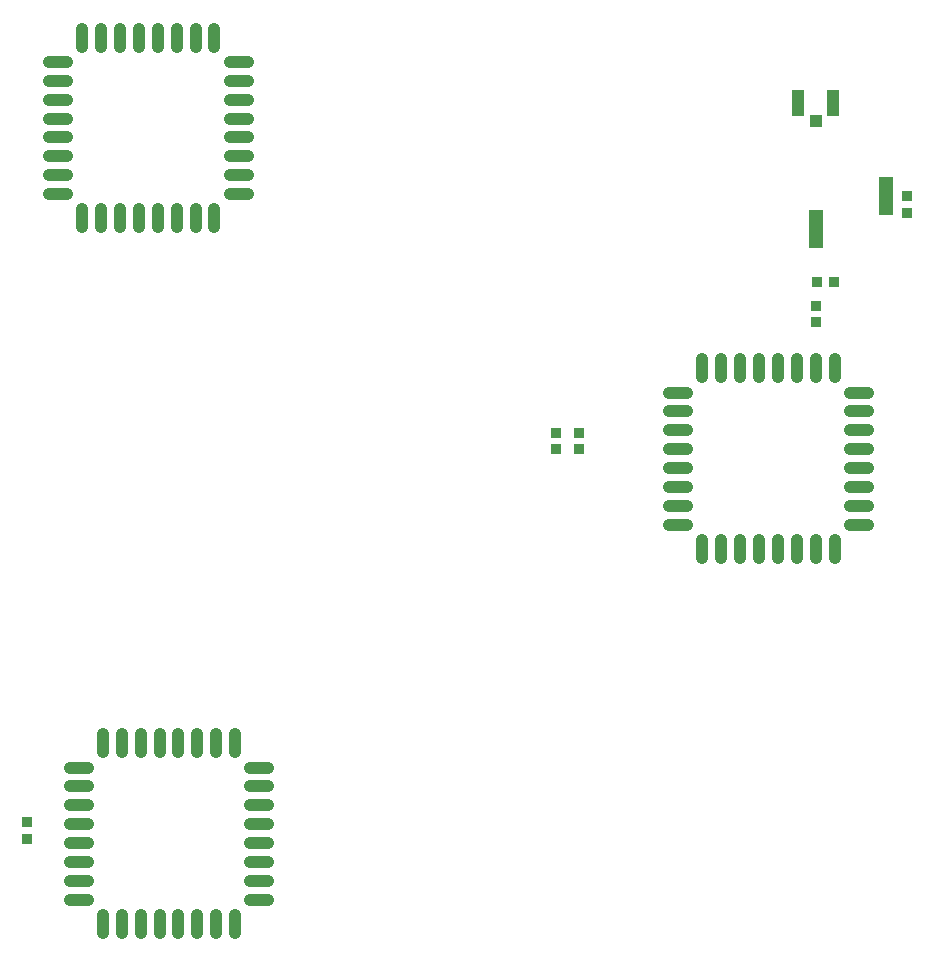
<source format=gtp>
G04 Layer_Color=8421504*
%FSLAX44Y44*%
%MOMM*%
G71*
G01*
G75*
%ADD10R,0.8500X0.8500*%
%ADD11O,2.5500X1.1000*%
%ADD12O,1.1000X2.5500*%
%ADD13R,1.0500X2.2000*%
%ADD14R,1.0000X1.0500*%
%ADD15R,0.8500X0.8500*%
%ADD16R,1.2700X3.3000*%
D10*
X750000Y664500D02*
D03*
Y650500D02*
D03*
X5000Y134500D02*
D03*
Y120500D02*
D03*
X452500Y464500D02*
D03*
Y450500D02*
D03*
X472500Y464500D02*
D03*
Y450500D02*
D03*
X672500Y558000D02*
D03*
Y572000D02*
D03*
D11*
X556000Y498500D02*
D03*
Y482500D02*
D03*
Y466500D02*
D03*
Y450500D02*
D03*
Y434500D02*
D03*
Y418500D02*
D03*
Y402500D02*
D03*
Y386500D02*
D03*
X709000D02*
D03*
Y402500D02*
D03*
Y418500D02*
D03*
Y434500D02*
D03*
Y450500D02*
D03*
Y466500D02*
D03*
Y482500D02*
D03*
Y498500D02*
D03*
X48500Y181000D02*
D03*
Y165000D02*
D03*
Y149000D02*
D03*
Y133000D02*
D03*
Y117000D02*
D03*
Y101000D02*
D03*
Y85000D02*
D03*
Y69000D02*
D03*
X201500D02*
D03*
Y85000D02*
D03*
Y101000D02*
D03*
Y117000D02*
D03*
Y133000D02*
D03*
Y149000D02*
D03*
Y165000D02*
D03*
Y181000D02*
D03*
X31000Y778500D02*
D03*
Y762500D02*
D03*
Y746500D02*
D03*
Y730500D02*
D03*
Y714500D02*
D03*
Y698500D02*
D03*
Y682500D02*
D03*
Y666500D02*
D03*
X184000D02*
D03*
Y682500D02*
D03*
Y698500D02*
D03*
Y714500D02*
D03*
Y730500D02*
D03*
Y746500D02*
D03*
Y762500D02*
D03*
Y778500D02*
D03*
D12*
X576500Y366000D02*
D03*
X592500D02*
D03*
X608500D02*
D03*
X624500D02*
D03*
X640500D02*
D03*
X656500D02*
D03*
X672500D02*
D03*
X688500D02*
D03*
Y519000D02*
D03*
X672500D02*
D03*
X656500D02*
D03*
X640500D02*
D03*
X624500D02*
D03*
X608500D02*
D03*
X592500D02*
D03*
X576500D02*
D03*
X69000Y48500D02*
D03*
X85000D02*
D03*
X101000D02*
D03*
X117000D02*
D03*
X133000D02*
D03*
X149000D02*
D03*
X165000D02*
D03*
X181000D02*
D03*
Y201500D02*
D03*
X165000D02*
D03*
X149000D02*
D03*
X133000D02*
D03*
X117000D02*
D03*
X101000D02*
D03*
X85000D02*
D03*
X69000D02*
D03*
X51500Y646000D02*
D03*
X67500D02*
D03*
X83500D02*
D03*
X99500D02*
D03*
X115500D02*
D03*
X131500D02*
D03*
X147500D02*
D03*
X163500D02*
D03*
Y799000D02*
D03*
X147500D02*
D03*
X131500D02*
D03*
X115500D02*
D03*
X99500D02*
D03*
X83500D02*
D03*
X67500D02*
D03*
X51500D02*
D03*
D13*
X687250Y744000D02*
D03*
X657750D02*
D03*
D14*
X672500Y728750D02*
D03*
D15*
X673750Y591750D02*
D03*
X687750D02*
D03*
D16*
X672500Y637000D02*
D03*
X732100Y664900D02*
D03*
M02*

</source>
